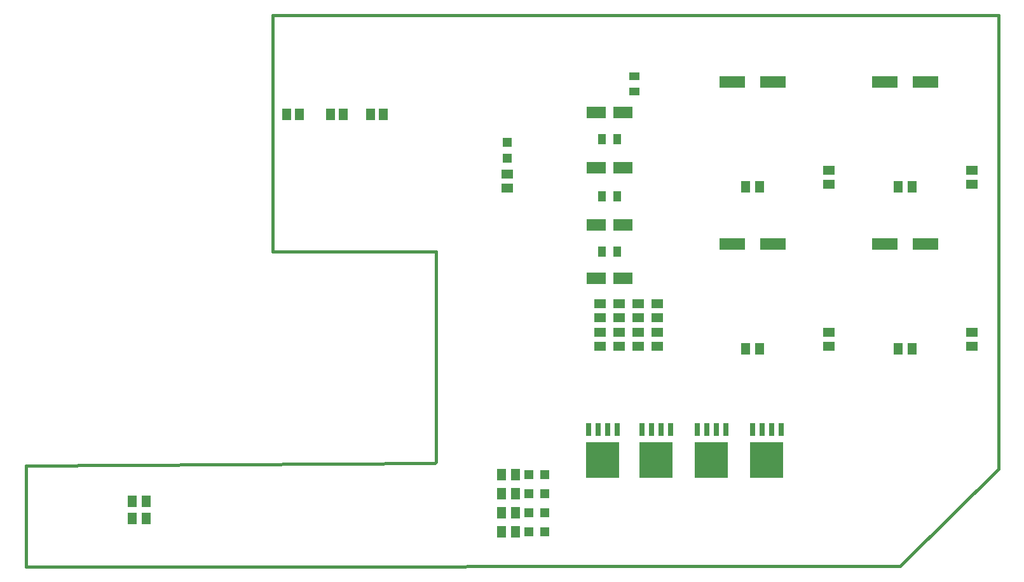
<source format=gtp>
G75*
%MOIN*%
%OFA0B0*%
%FSLAX25Y25*%
%IPPOS*%
%LPD*%
%AMOC8*
5,1,8,0,0,1.08239X$1,22.5*
%
%ADD10C,0.01600*%
%ADD11C,0.01200*%
%ADD12R,0.13780X0.06299*%
%ADD13R,0.05118X0.06299*%
%ADD14R,0.06299X0.05118*%
%ADD15R,0.04724X0.04724*%
%ADD16R,0.10236X0.06299*%
%ADD17R,0.04331X0.05512*%
%ADD18R,0.05512X0.04331*%
%ADD19R,0.05118X0.05906*%
%ADD20R,0.02756X0.06693*%
%ADD21R,0.17323X0.18504*%
D10*
X0002800Y0040700D02*
X0461300Y0041000D01*
X0464300Y0044000D01*
X0512800Y0092000D01*
X0512800Y0330000D01*
X0218800Y0330000D01*
X0218700Y0330000D02*
X0132300Y0330000D01*
X0132300Y0206000D01*
X0217900Y0206000D01*
X0217900Y0095600D01*
X0217200Y0094800D02*
X0002800Y0093500D01*
X0002800Y0040700D01*
D11*
X0217300Y0095000D02*
X0218300Y0096000D01*
D12*
X0373170Y0210000D03*
X0394430Y0210000D03*
X0453170Y0210000D03*
X0474430Y0210000D03*
X0474430Y0295000D03*
X0453170Y0295000D03*
X0394430Y0295000D03*
X0373170Y0295000D03*
D13*
X0380060Y0240000D03*
X0387540Y0240000D03*
X0460060Y0240000D03*
X0467540Y0240000D03*
X0467540Y0155000D03*
X0460060Y0155000D03*
X0387540Y0155000D03*
X0380060Y0155000D03*
X0259540Y0089000D03*
X0252060Y0089000D03*
X0252060Y0079000D03*
X0259540Y0079000D03*
X0259540Y0069000D03*
X0252060Y0069000D03*
X0252060Y0059000D03*
X0259540Y0059000D03*
X0066040Y0066000D03*
X0058560Y0066000D03*
X0058560Y0075000D03*
X0066040Y0075000D03*
D14*
X0303800Y0156260D03*
X0313800Y0156260D03*
X0323800Y0156260D03*
X0333800Y0156260D03*
X0333800Y0163740D03*
X0333800Y0171260D03*
X0333800Y0178740D03*
X0323800Y0178740D03*
X0323800Y0171260D03*
X0323800Y0163740D03*
X0313800Y0163740D03*
X0313800Y0171260D03*
X0313800Y0178740D03*
X0303800Y0178740D03*
X0303800Y0171260D03*
X0303800Y0163740D03*
X0255300Y0239260D03*
X0255300Y0246740D03*
X0423800Y0248740D03*
X0423800Y0241260D03*
X0498800Y0241260D03*
X0498800Y0248740D03*
X0498800Y0163740D03*
X0498800Y0156260D03*
X0423800Y0156260D03*
X0423800Y0163740D03*
D15*
X0274934Y0089000D03*
X0266666Y0089000D03*
X0266666Y0079000D03*
X0274934Y0079000D03*
X0274934Y0069000D03*
X0266666Y0069000D03*
X0266666Y0059000D03*
X0274934Y0059000D03*
X0255300Y0254866D03*
X0255300Y0263134D03*
D16*
X0301713Y0250000D03*
X0315887Y0250000D03*
X0315887Y0279000D03*
X0301713Y0279000D03*
X0301713Y0220000D03*
X0315887Y0220000D03*
X0315887Y0192000D03*
X0301713Y0192000D03*
D17*
X0304863Y0206000D03*
X0312737Y0206000D03*
X0312737Y0235000D03*
X0304863Y0235000D03*
X0304863Y0265000D03*
X0312737Y0265000D03*
D18*
X0321800Y0290063D03*
X0321800Y0297937D03*
D19*
X0190246Y0278000D03*
X0183554Y0278000D03*
X0169246Y0278000D03*
X0162554Y0278000D03*
X0146246Y0278000D03*
X0139554Y0278000D03*
D20*
X0297800Y0112575D03*
X0302800Y0112575D03*
X0307800Y0112575D03*
X0312800Y0112575D03*
X0325800Y0112575D03*
X0330800Y0112575D03*
X0335800Y0112575D03*
X0340800Y0112575D03*
X0354800Y0112575D03*
X0359800Y0112575D03*
X0364800Y0112575D03*
X0369800Y0112575D03*
X0383800Y0112575D03*
X0388800Y0112575D03*
X0393800Y0112575D03*
X0398800Y0112575D03*
D21*
X0391300Y0096669D03*
X0362300Y0096669D03*
X0333300Y0096669D03*
X0305300Y0096669D03*
M02*

</source>
